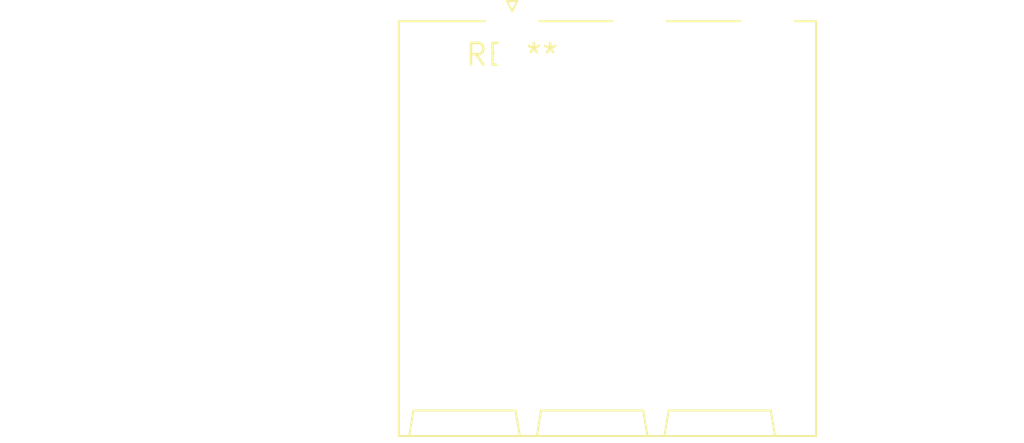
<source format=kicad_pcb>
(kicad_pcb (version 20240108) (generator pcbnew)
  (layers (0 "F.Cu" signal) (31 "B.Cu" signal) (34 "B.Paste" user) (35 "F.Paste" user) (36 "B.SilkS" user "B.Silkscreen") (37 "F.SilkS" user "F.Silkscreen") (38 "B.Mask" user) (39 "F.Mask" user) (44 "Edge.Cuts" user))
  (net 0 "")
  (footprint "PhoenixContact_SPT_5_3-H-7.5-ZB_1x03_P7.5mm_Horizontal" (layer "F.Cu") (at 0 0)
    (property "Reference" "REF**")
    (property "Value" "PhoenixContact_SPT_5_3-H-7.5-ZB_1x03_P7.5mm_Horizontal")
    (fp_line (start -6.66 -1.96) (end -1.6 -1.96) (layer "F.SilkS") (stroke (width 0.12)))
    (fp_line (start -6.66 22.41) (end -6.66 -1.96) (layer "F.SilkS") (stroke (width 0.12)))
    (fp_line (start -6.05 22.41) (end -5.8 20.91) (layer "F.SilkS") (stroke (width 0.12)))
    (fp_line (start -5.8 20.91) (end 0.2 20.91) (layer "F.SilkS") (stroke (width 0.12)))
    (fp_line (start -0.3 -3.15) (end 0 -2.55) (layer "F.SilkS") (stroke (width 0.12)))
    (fp_line (start -0.3 -3.15) (end 0.3 -3.15) (layer "F.SilkS") (stroke (width 0.12)))
    (fp_line (start 0.3 -3.15) (end 0 -2.55) (layer "F.SilkS") (stroke (width 0.12)))
    (fp_line (start 0.45 22.41) (end 0.2 20.91) (layer "F.SilkS") (stroke (width 0.12)))
    (fp_line (start 1.45 22.41) (end 1.7 20.91) (layer "F.SilkS") (stroke (width 0.12)))
    (fp_line (start 1.6 -1.96) (end 5.9 -1.96) (layer "F.SilkS") (stroke (width 0.12)))
    (fp_line (start 1.7 20.91) (end 7.7 20.91) (layer "F.SilkS") (stroke (width 0.12)))
    (fp_line (start 7.95 22.41) (end 7.7 20.91) (layer "F.SilkS") (stroke (width 0.12)))
    (fp_line (start 8.95 22.41) (end 9.2 20.91) (layer "F.SilkS") (stroke (width 0.12)))
    (fp_line (start 9.1 -1.96) (end 13.4 -1.96) (layer "F.SilkS") (stroke (width 0.12)))
    (fp_line (start 9.2 20.91) (end 15.2 20.91) (layer "F.SilkS") (stroke (width 0.12)))
    (fp_line (start 15.45 22.41) (end 15.2 20.91) (layer "F.SilkS") (stroke (width 0.12)))
    (fp_line (start 16.6 -1.96) (end 17.86 -1.96) (layer "F.SilkS") (stroke (width 0.12)))
    (fp_line (start 17.86 -1.96) (end 17.86 22.41) (layer "F.SilkS") (stroke (width 0.12)))
    (fp_line (start 17.86 22.41) (end -6.66 22.41) (layer "F.SilkS") (stroke (width 0.12)))
    (pad "1" thru_hole roundrect (at 0 0) (size 2.8 4.3) (drill 2.1) (layers *.Cu *.Mask) (remove_unused_layers) (roundrect_rratio 0.089286))
    (pad "2" thru_hole oval (at 7.5 13.2) (size 2.8 4.3) (drill 2.1) (layers *.Cu *.Mask) (remove_unused_layers))
    (pad "3" thru_hole oval (at 15 0) (size 2.8 4.3) (drill 2.1) (layers *.Cu *.Mask) (remove_unused_layers))
  )
)
</source>
